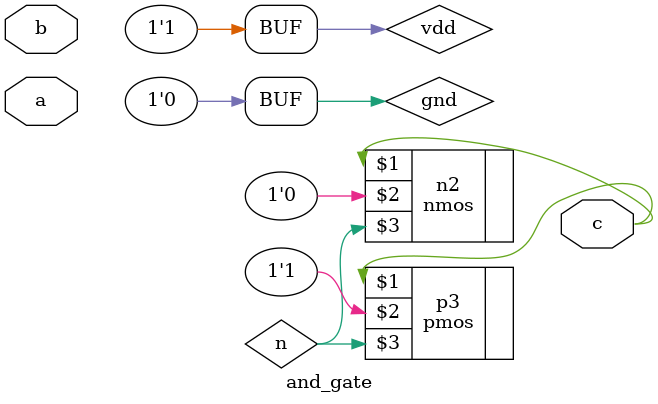
<source format=v>
module and_gate(input a, b, output c);
  supply1 vdd;
  supply0 gnd;
  wire w1, w2;
  pmos p1(w1, vdd, a);
  pmos p2(w2, vdd, b);
  nmos n1(w2, gnd, b);
  nmos n0(w1, nd, a);
  pmos p3(c, vdd, n);
  nmos n2(c, gnd, n);
endmodule

</source>
